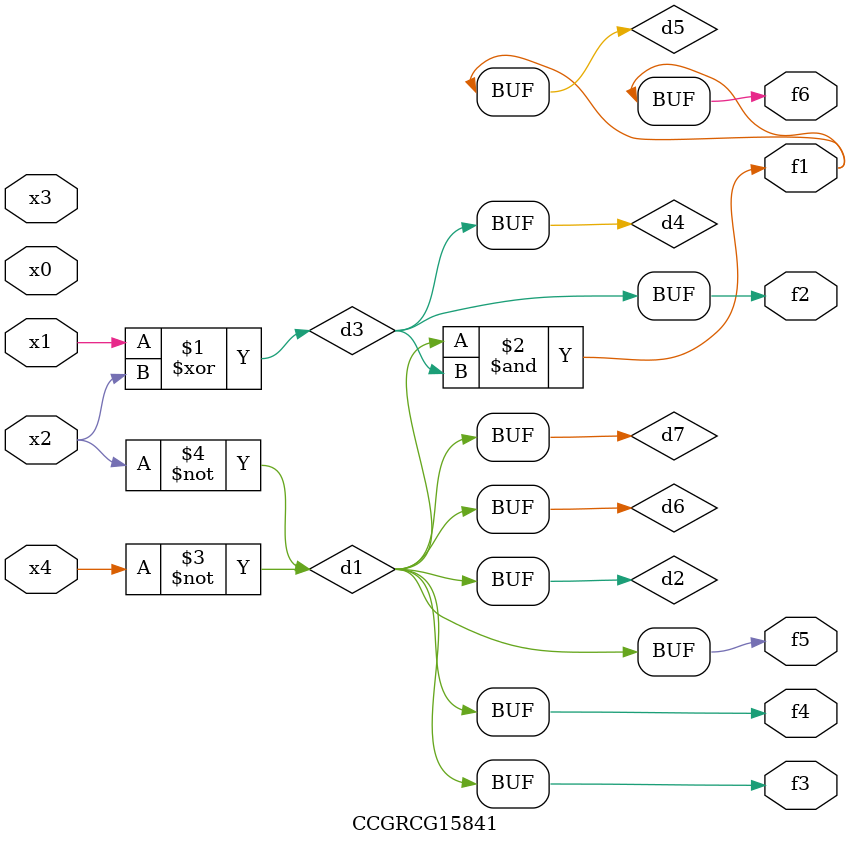
<source format=v>
module CCGRCG15841(
	input x0, x1, x2, x3, x4,
	output f1, f2, f3, f4, f5, f6
);

	wire d1, d2, d3, d4, d5, d6, d7;

	not (d1, x4);
	not (d2, x2);
	xor (d3, x1, x2);
	buf (d4, d3);
	and (d5, d1, d3);
	buf (d6, d1, d2);
	buf (d7, d2);
	assign f1 = d5;
	assign f2 = d4;
	assign f3 = d7;
	assign f4 = d7;
	assign f5 = d7;
	assign f6 = d5;
endmodule

</source>
